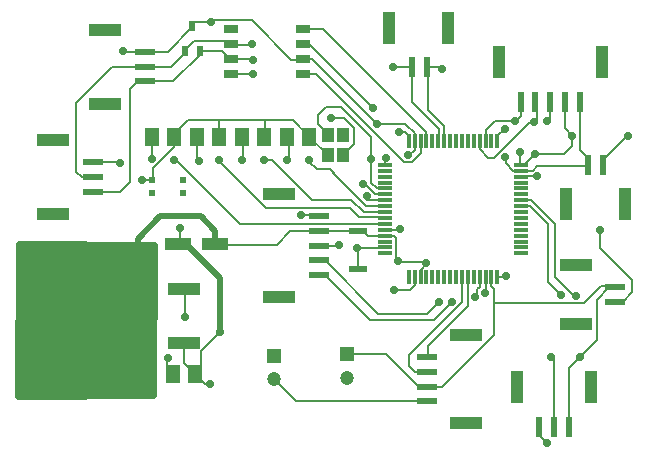
<source format=gbr>
G04 DipTrace 3.2.0.1*
G04 Top.gbr*
%MOMM*%
G04 #@! TF.FileFunction,Copper,L1,Top*
G04 #@! TF.Part,Single*
G04 #@! TA.AperFunction,Conductor*
%ADD14C,0.2*%
%ADD15C,0.5*%
G04 #@! TA.AperFunction,CopperBalancing*
%ADD16C,0.635*%
%ADD21R,2.2X1.0*%
%ADD23R,0.5X0.85*%
%ADD24R,1.3X1.5*%
%ADD25R,1.0X2.8*%
%ADD26R,0.6X1.7*%
G04 #@! TA.AperFunction,ComponentPad*
%ADD27R,1.2X1.2*%
%ADD28C,1.2*%
%ADD29R,2.8X1.0*%
%ADD30R,1.7X0.6*%
%ADD31R,0.48X0.57*%
%ADD32R,1.5X0.55*%
%ADD35R,1.2X0.3*%
%ADD36R,0.3X1.2*%
%ADD38R,1.143X0.762*%
%ADD40R,2.75X1.0*%
%ADD41R,6.15X5.55*%
%ADD42R,1.0X1.2*%
G04 #@! TA.AperFunction,ViaPad*
%ADD43C,0.7*%
%ADD45C,1.6*%
%FSLAX35Y35*%
G04*
G71*
G90*
G75*
G01*
G04 Top*
%LPD*%
X-1273500Y3095063D2*
D14*
Y3140773D1*
X-1262700Y3151573D1*
X-1158007Y3374397D2*
X-1106043D1*
X-1069693Y3338047D1*
Y3295063D1*
X-1073500D1*
X-1968083Y4119710D2*
X-1918793D1*
X-1375380Y3576297D1*
X-2709653Y2423277D2*
Y2418510D1*
X-2192917D1*
X-2075610Y2535817D1*
X-1833047D1*
Y2542643D1*
X-1826187Y2535783D1*
X-1500840D1*
Y2538147D1*
X-1462227D1*
X-1419143Y2495063D1*
X-1273500D1*
X-1200307D1*
X-1181103Y2475860D1*
Y2283997D1*
X-1166613D1*
X-3344433Y2305117D2*
Y2127350D1*
X-3642010Y1829773D1*
Y1818017D1*
X-2709653Y2423277D2*
D15*
Y2536490D1*
X-2831350Y2658187D1*
X-3177750D1*
X-3365187Y2470750D1*
Y2305117D1*
X-3344433D1*
X-323500Y2145063D2*
D14*
X-253250D1*
X-247560Y2150753D1*
X-123500Y3095063D2*
X-95093D1*
X-1117Y3189040D1*
X248780Y3626700D2*
Y3404953D1*
X310723Y3343010D1*
Y3256590D1*
X237150Y3183017D1*
X4907D1*
X-1117Y3189040D1*
X-123500Y3095063D2*
X-128443D1*
Y3200400D1*
X-131693Y3203650D1*
X-973500Y2145063D2*
Y2206153D1*
X-914583Y2265070D1*
X-930290D1*
X-1166613Y2283997D2*
Y2270213D1*
X-935433D1*
X-930290Y2265070D1*
X-2966020Y1807557D2*
Y2040027D1*
X-2972010Y2046017D1*
X-2216303Y1277947D2*
Y1281813D1*
X-2025600Y1091110D1*
X-919437D1*
X-3308503Y3800810D2*
X-3065490D1*
X-2841273Y4025027D1*
Y4056407D1*
X-3308503Y3800810D2*
X-3367997D1*
X-3432690Y3736117D1*
Y2948570D1*
X-3515297Y2865963D1*
X-3746670D1*
X-2578950Y3992710D2*
X-2402573D1*
X-2393257Y3983393D1*
X-2841273Y4056407D2*
X-2650630D1*
X-2586933Y3992710D1*
X-2578950D1*
X-3308503Y3925810D2*
X-3087060D1*
X-2971287Y4041583D1*
Y4056407D1*
X-2578950Y4119710D2*
Y4108490D1*
X-2408660D1*
X-2399763Y4117387D1*
X-2971287Y4056407D2*
Y4064133D1*
X-2894543Y4140877D1*
X-2558793D1*
X-2578950Y4120720D1*
Y4119710D1*
X-3308503Y3925810D2*
X-3584647D1*
X-3889233Y3621223D1*
Y3038207D1*
X-3841987Y2990963D1*
X-3746670D1*
X-1968083Y4246710D2*
X-1799393D1*
X-923500Y3370817D1*
Y3295063D1*
X-1968083Y3865710D2*
X-1861953D1*
X-1114417Y3118173D1*
X-1049153D1*
X-971090Y3196237D1*
Y3292653D1*
X-973500Y3295063D1*
X157303Y876083D2*
Y1444477D1*
X135070Y1466710D1*
X215947Y1991013D2*
X103130Y2103830D1*
Y2596683D1*
X-45250Y2745063D1*
X-123500D1*
X-919437Y1341110D2*
X-1020647D1*
X-1068237Y1388700D1*
Y1485863D1*
X-619503Y1934597D1*
Y2141067D1*
X-623500Y2145063D1*
X-919437Y1466110D2*
X-907867D1*
Y1562503D1*
X-573500Y1896870D1*
Y2145063D1*
X-1968083Y3992710D2*
X-1890463D1*
X-1340360Y3442607D1*
X-3308503Y4050810D2*
X-3113947D1*
X-2906280Y4258477D1*
Y4266407D1*
X-2744817Y4303043D2*
Y4299980D1*
X-2906280D1*
Y4266407D1*
X-2744817Y4303043D2*
Y4317227D1*
X-2400177D1*
X-2068080Y3985130D1*
X-1968083D1*
Y3992710D1*
X282303Y876083D2*
Y1377187D1*
X376520Y1471403D1*
X373780Y3626700D2*
Y3221463D1*
X448787Y3146457D1*
Y3095450D1*
X445413D1*
X676480Y2061130D2*
X626293D1*
X516470Y1951307D1*
Y1611353D1*
X376520Y1471403D1*
X676480Y2061130D2*
Y2066623D1*
X553730D1*
X408900Y1921793D1*
X-350097D1*
Y2045650D1*
X-373500Y2069053D1*
Y2145063D1*
X445413Y3095450D2*
Y3081490D1*
X11643D1*
X-24783Y3045063D1*
X-123500D1*
X-190893D1*
X-251963Y3106133D1*
Y3161393D1*
X-255213D1*
X-3249583Y2968957D2*
X-3331097D1*
X-3331297Y2969157D1*
X-3059133Y3334083D2*
Y3245187D1*
X-3237223Y3067097D1*
Y2968957D1*
X-3249583D1*
X-3059133Y3334083D2*
Y3358537D1*
X-2943043Y3474627D1*
X-2678133D1*
Y3334083D1*
Y3474627D2*
X-2291583D1*
Y3334083D1*
X-2297133D1*
X-2291583Y3474627D2*
X-2056677D1*
X-1916133Y3334083D1*
X-1273500Y2545063D2*
X-1151830D1*
X-1147517Y2549377D1*
X-1984787Y2666617D2*
X-1838847D1*
X-1833047Y2660817D1*
X-1340360Y3442607D2*
X-1104997D1*
X-1023500Y3361110D1*
Y3295063D1*
X-3011887Y2556927D2*
Y2441043D1*
X-3029653Y2423277D1*
X-2972010Y1590017D2*
Y1416547D1*
X-2879420Y1323957D1*
X-2755857Y1240837D2*
X-2796300D1*
X-2879420Y1323957D1*
X-2829200D1*
Y1519907D1*
X-2669690Y1679417D1*
D15*
Y2133717D1*
X-2959250Y2423277D1*
X-3029653D1*
X-1023500Y3295063D2*
D14*
Y3223717D1*
X-1067067Y3180150D1*
X-1082510D1*
X-1194043Y2031910D2*
X-1062520D1*
X-1021150Y2073280D1*
Y2145063D1*
X-1023500D1*
X-1916133Y3334083D2*
X-1913823D1*
X-1758873Y3179133D1*
X-919437Y1216110D2*
Y1213633D1*
X-791573D1*
X-350097Y1655110D1*
Y1921793D1*
X-1593567Y1490190D2*
X-1264343D1*
X-990263Y1216110D1*
X-919437D1*
X-3308503Y4050810D2*
X-3482133D1*
X-3492660Y4061337D1*
X-3746670Y3115963D2*
X-3523970D1*
X-3518043Y3110037D1*
X-922810Y3921567D2*
X-809880D1*
X-793280Y3904967D1*
X-922810Y3921567D2*
X-913530D1*
Y3562950D1*
X-770657Y3420077D1*
Y3295063D1*
X-773500D1*
X-1047810Y3921567D2*
X-1201230D1*
X-1203937Y3924273D1*
X-1047810Y3921567D2*
Y3627723D1*
X-820857Y3400770D1*
Y3295063D1*
X-823500D1*
X-1913877Y3132040D2*
Y3116157D1*
X-1853827Y3056107D1*
X-1740063D1*
X-1708420Y3024463D1*
X-1712997D1*
X-1433597Y2745063D1*
X-1273500D1*
X-2297137Y3133163D2*
X-2227423D1*
X-1894020Y2799760D1*
X-1559707D1*
X-1452470Y2692523D1*
X-1273500D1*
Y2695063D1*
X-2681517Y3133563D2*
X-2688650D1*
X-2284670Y2729583D1*
X-1570907D1*
X-1493633Y2652310D1*
X-1273500D1*
Y2645063D1*
X-3060657Y3134167D2*
X-3042613D1*
X-2503510Y2595063D1*
X-1273500D1*
X544013Y2539003D2*
Y2391310D1*
X819053Y2116270D1*
Y2017943D1*
X737240Y1936130D1*
X676480D1*
X-509930Y1976210D2*
X-493130D1*
Y2040477D1*
X-473500Y2060107D1*
Y2145063D1*
X592017Y3094237D2*
Y3156863D1*
X772230Y3337077D1*
X784933D1*
X-430350Y2008507D2*
X-423500D1*
Y2145063D1*
X-2578950Y3865710D2*
X-2399020D1*
X-2396200Y3862890D1*
X-1392703Y3143940D2*
Y2945010D1*
X-1342757Y2895063D1*
X-1273500D1*
X-1392703Y3143940D2*
Y3329437D1*
X-1646883Y3583617D1*
X-1770393D1*
X-1837677Y3516333D1*
Y3443663D1*
X-1743147Y3349133D1*
X-1758873D1*
X-1628873Y3179133D2*
X-1540503Y3267503D1*
Y3407820D1*
X-1620683Y3488000D1*
X-1728483D1*
X-1458873Y2929143D2*
X-1441997Y2912267D1*
X-1424370D1*
X-1357167Y2845063D1*
X-1273500D1*
X-2106133Y3334083D2*
X-2090763D1*
Y3149120D1*
X-2107783Y3132100D1*
X-2487133Y3334083D2*
X-2475003D1*
Y3144710D1*
X-2487613Y3132100D1*
X-2868133Y3334083D2*
Y3146633D1*
X-2852643Y3131143D1*
X-3249133Y3334083D2*
Y3141237D1*
X-3248713Y3140817D1*
X-1500840Y2210783D2*
Y2375607D1*
X-1512990Y2387757D1*
Y2392377D1*
X-1276187D1*
X-1273500Y2395063D1*
X-3069420Y1323957D2*
X-3118310D1*
Y1451043D1*
X-3113170Y1456183D1*
X32303Y876083D2*
Y806040D1*
X98360Y739983D1*
X342177Y1984977D2*
X328127D1*
X165497Y2147607D1*
Y2592227D1*
X-37340Y2795063D1*
X-123500D1*
X-1833047Y2410817D2*
X-1664680D1*
X-1660043Y2415453D1*
X-1429227Y2828887D2*
Y2796943D1*
X-1275380D1*
X-1273500Y2795063D1*
X-821050Y1934573D2*
X-817937D1*
X-918750Y1833760D1*
X-1331510D1*
X-1783567Y2285817D1*
X-1833047D1*
X-259910Y3397213D2*
Y3400937D1*
X-323500Y3337347D1*
Y3295063D1*
X-709850Y1936297D2*
X-706323D1*
X-862173Y1780447D1*
X-1400753D1*
X-1781123Y2160817D1*
X-1833047D1*
X16170Y2998293D2*
X-120270D1*
X-123500Y2995063D1*
X123780Y3626700D2*
Y3487230D1*
X99513Y3462963D1*
X-1220Y3626700D2*
X8603D1*
Y3486133D1*
X-16510Y3461020D1*
X-46417D1*
X-354507Y3152930D1*
X-401750D1*
X-473500Y3224680D1*
Y3295063D1*
X-126220Y3626700D2*
Y3510367D1*
X-168160Y3468427D1*
X-177693D1*
X-345580D1*
X-422970Y3391037D1*
Y3295593D1*
X-423500Y3295063D1*
D43*
X-930290Y2265070D3*
X-1728483Y3488000D3*
X-1512990Y2387757D3*
X-509930Y1976210D3*
X-430350Y2008507D3*
X-1082510Y3180150D3*
X-3011887Y2556927D3*
X-1660043Y2415453D3*
X-1429227Y2828887D3*
X-1166613Y2283997D3*
X-1147517Y2549377D3*
X98360Y739983D3*
X215947Y1991013D3*
X342177Y1984977D3*
X-1392703Y3143940D3*
X-1458873Y2929143D3*
X-3331297Y2969157D3*
X-709850Y1936297D3*
X16170Y2998293D3*
X-821050Y1934573D3*
X-2669690Y1679417D3*
X-2755857Y1240837D3*
X-2966020Y1807557D3*
X-3113170Y1456183D3*
X784933Y3337077D3*
X310723Y3343010D3*
X544013Y2539003D3*
X-2396200Y3862890D3*
X-2393257Y3983393D3*
X-2399763Y4117387D3*
X-1158007Y3374397D3*
X-1262700Y3151573D3*
X-247560Y2150753D3*
X-1117Y3189040D3*
X-2744817Y4303043D3*
X-1340360Y3442607D3*
X-1375380Y3576297D3*
X99513Y3462963D3*
X-16510Y3461020D3*
X-177693Y3468427D3*
X-1203937Y3924273D3*
X-793280Y3904967D3*
X-1913877Y3132040D3*
X-2107783Y3132100D3*
X-2297137Y3133163D3*
X-2487613Y3132100D3*
X-2681517Y3133563D3*
X-2852643Y3131143D3*
X-3060657Y3134167D3*
X-3248713Y3140817D3*
X376520Y1471403D3*
D45*
X-4305437Y2313027D3*
X-4289213Y2110970D3*
X-4291220Y1886287D3*
X-4301543Y1245987D3*
X-4109603Y2313023D3*
X-3914813Y2313287D3*
X-3731103Y2313023D3*
X-3540003Y2309070D3*
X-3344433Y2305117D3*
X-4105653Y2096900D3*
X-4105913Y1882590D3*
X-4100917Y1250980D3*
X-3906127Y1255197D3*
X-3717943Y1254937D3*
X-3518673Y1255197D3*
X-3332307Y1254680D3*
X-4109867Y1672613D3*
X-4291480D3*
X-4309917Y1457787D3*
X-4105393Y1466213D3*
D43*
X-259910Y3397213D3*
X-131693Y3203650D3*
X-255213Y3161393D3*
X135070Y1466710D3*
X-1984787Y2666617D3*
X-1194043Y2031910D3*
X-3492660Y4061337D3*
X-3518043Y3110037D3*
X-4361070Y2350820D2*
D16*
X-3238093D1*
X-4361253Y2287653D2*
X-3238367D1*
X-4361527Y2224487D2*
X-3238547D1*
X-4361707Y2161320D2*
X-3238730D1*
X-4361890Y2098153D2*
X-3239003D1*
X-4362073Y2034987D2*
X-3239187D1*
X-4362347Y1971820D2*
X-3239370D1*
X-4362527Y1908653D2*
X-3239643D1*
X-4362710Y1845487D2*
X-3239823D1*
X-4362983Y1782320D2*
X-3240007D1*
X-4363167Y1719153D2*
X-3240280D1*
X-4363347Y1655987D2*
X-3240463D1*
X-4363620Y1592820D2*
X-3240643D1*
X-4363803Y1529653D2*
X-3240917D1*
X-4363987Y1466487D2*
X-3241100D1*
X-4364260Y1403320D2*
X-3241283D1*
X-4364443Y1340153D2*
X-3241557D1*
X-4364623Y1276987D2*
X-3241737D1*
X-4364897Y1213820D2*
X-3241920D1*
X-4365080Y1150653D2*
X-3242193D1*
X-3235827Y1148400D2*
X-3231567Y2409667D1*
X-4367127Y2413867D1*
X-4371460Y1139973D1*
X-3235917Y1148360D1*
D21*
X-3029653Y2423277D3*
X-2709653D3*
D23*
X-2971287Y4056407D3*
X-2841273D3*
X-2906280Y4266407D3*
D24*
X-2487133Y3334083D3*
X-2297133D3*
X-2868133D3*
X-2678133D3*
X-3249133D3*
X-3059133D3*
X-2106133D3*
X-1916133D3*
X-3069420Y1323957D3*
X-2879420D3*
D25*
X467303Y1211083D3*
X-157697D3*
D26*
X282303Y876083D3*
X157303D3*
X32303D3*
D27*
X-2216303Y1477947D3*
D28*
Y1277947D3*
D27*
X-1593567Y1490190D3*
D28*
Y1290190D3*
D25*
X-737810Y4256567D3*
X-1237810D3*
D26*
X-922810Y3921567D3*
X-1047810D3*
D25*
X558780Y3961700D3*
X-311220D3*
D26*
X248780Y3626700D3*
X123780D3*
X373780D3*
X-1220D3*
X-126220D3*
D29*
X-2168047Y2845817D3*
Y1975817D3*
D30*
X-1833047Y2535817D3*
Y2410817D3*
Y2660817D3*
Y2285817D3*
Y2160817D3*
D29*
X-3643503Y4235810D3*
Y3610810D3*
D30*
X-3308503Y4050810D3*
Y3925810D3*
Y3800810D3*
D29*
X-4081670Y3300963D3*
Y2675963D3*
D30*
X-3746670Y3115963D3*
Y2990963D3*
Y2865963D3*
D29*
X-584437Y906110D3*
Y1651110D3*
D30*
X-919437Y1091110D3*
Y1216110D3*
Y1341110D3*
Y1091110D3*
Y1466110D3*
D29*
X341480Y2246130D3*
Y1746130D3*
D30*
X676480Y2061130D3*
Y1936130D3*
D25*
X260413Y2760450D3*
X760413D3*
D26*
X445413Y3095450D3*
X570413D3*
D31*
X-2987583Y2968957D3*
X-3249583D3*
X-2987583Y2852957D3*
X-3249583D3*
D32*
X-1500840Y2210783D3*
Y2535783D3*
D35*
X-1273500Y3095063D3*
Y3045063D3*
Y2995063D3*
Y2945063D3*
Y2895063D3*
Y2845063D3*
Y2795063D3*
Y2745063D3*
Y2695063D3*
Y2645063D3*
Y2595063D3*
Y2545063D3*
Y2495063D3*
Y2445063D3*
Y2395063D3*
Y2345063D3*
D36*
X-1073500Y2145063D3*
X-1023500D3*
X-973500D3*
X-923500D3*
X-873500D3*
X-823500D3*
X-773500D3*
X-723500D3*
X-673500D3*
X-623500D3*
X-573500D3*
X-523500D3*
X-473500D3*
X-423500D3*
X-373500D3*
X-323500D3*
D35*
X-123500Y2345063D3*
Y2395063D3*
Y2445063D3*
Y2495063D3*
Y2545063D3*
Y2595063D3*
Y2645063D3*
Y2695063D3*
Y2745063D3*
Y2795063D3*
Y2845063D3*
Y2895063D3*
Y2945063D3*
Y2995063D3*
Y3045063D3*
Y3095063D3*
D36*
X-323500Y3295063D3*
X-373500D3*
X-423500D3*
X-473500D3*
X-523500D3*
X-573500D3*
X-623500D3*
X-673500D3*
X-723500D3*
X-773500D3*
X-823500D3*
X-873500D3*
X-923500D3*
X-973500D3*
X-1023500D3*
X-1073500D3*
D38*
X-1968083Y3865710D3*
Y3992710D3*
Y4119710D3*
Y4246710D3*
X-2578950D3*
Y4119710D3*
Y3992710D3*
Y3865710D3*
D40*
X-2972010Y1590017D3*
Y2046017D3*
D41*
X-3642010Y1818017D3*
D42*
X-1628873Y3349133D3*
X-1758873D3*
X-1628873Y3179133D3*
X-1758873D3*
M02*

</source>
